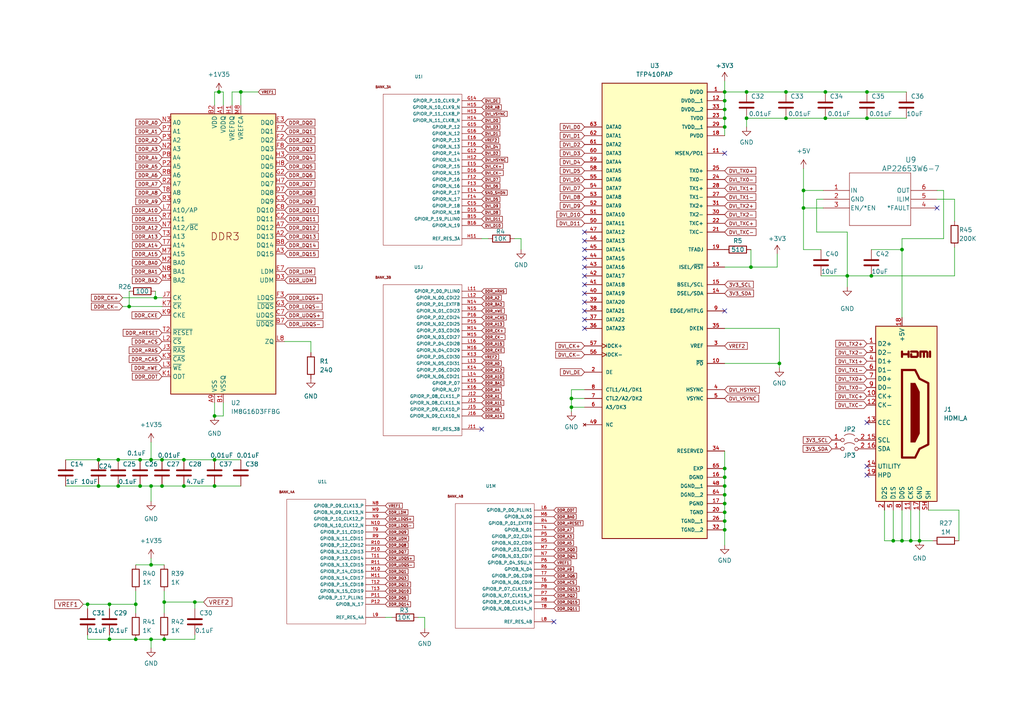
<source format=kicad_sch>
(kicad_sch (version 20250114) (generator "eeschema") (generator_version "9.0")
  (paper "A4")
  (junction (at 46.99 140.97))
  (junction (at 69.85 26.67))
  (junction (at 43.815 133.35))
  (junction (at 31.75 175.26))
  (junction (at 53.34 140.97))
  (junction (at 252.73 80.01))
  (junction (at 25.4 175.26))
  (junction (at 266.7 156.845))
  (junction (at 261.62 72.39))
  (junction (at 40.64 140.97))
  (junction (at 251.46 34.29))
  (junction (at 43.815 185.42))
  (junction (at 62.23 140.97))
  (junction (at 45.085 86.36))
  (junction (at 40.64 133.35))
  (junction (at 210.185 36.83))
  (junction (at 210.185 153.67))
  (junction (at 210.185 151.13))
  (junction (at 28.575 133.35))
  (junction (at 259.08 156.845))
  (junction (at 210.185 29.21))
  (junction (at 37.465 88.9))
  (junction (at 251.46 26.67))
  (junction (at 34.29 140.97))
  (junction (at 210.185 148.59))
  (junction (at 245.745 80.01))
  (junction (at 46.99 133.35))
  (junction (at 56.515 174.625))
  (junction (at 210.185 135.89))
  (junction (at 39.37 185.42))
  (junction (at 63.5 26.67))
  (junction (at 47.625 174.625))
  (junction (at 226.06 105.41))
  (junction (at 28.575 140.97))
  (junction (at 165.735 118.11))
  (junction (at 210.185 26.67))
  (junction (at 239.395 26.67))
  (junction (at 39.37 175.26))
  (junction (at 165.735 115.57))
  (junction (at 216.535 34.29))
  (junction (at 62.23 120.65))
  (junction (at 210.185 138.43))
  (junction (at 210.185 140.97))
  (junction (at 210.185 34.29))
  (junction (at 264.16 156.845))
  (junction (at 227.965 34.29))
  (junction (at 227.965 26.67))
  (junction (at 261.62 156.845))
  (junction (at 53.34 133.35))
  (junction (at 31.75 185.42))
  (junction (at 43.815 163.83))
  (junction (at 216.535 26.67))
  (junction (at 210.185 143.51))
  (junction (at 217.805 77.47))
  (junction (at 43.815 140.97))
  (junction (at 47.625 185.42))
  (junction (at 239.395 34.29))
  (junction (at 233.045 55.245))
  (junction (at 34.29 133.35))
  (junction (at 210.185 146.05))
  (junction (at 62.23 133.35))
  (junction (at 210.185 31.75))
  (junction (at 233.045 60.325))
  (no_connect (at 169.545 85.09))
  (no_connect (at 169.545 82.55))
  (no_connect (at 169.545 90.17))
  (no_connect (at 251.46 137.795))
  (no_connect (at 169.545 95.25))
  (no_connect (at 169.545 69.85))
  (no_connect (at 251.46 122.555))
  (no_connect (at 251.46 135.255))
  (no_connect (at 210.185 90.17))
  (no_connect (at 160.655 180.34))
  (no_connect (at 169.545 80.01))
  (no_connect (at 139.7 124.46))
  (no_connect (at 169.545 92.71))
  (no_connect (at 169.545 74.93))
  (no_connect (at 169.545 67.31))
  (no_connect (at 169.545 77.47))
  (no_connect (at 271.78 60.325))
  (no_connect (at 169.545 87.63))
  (no_connect (at 210.185 44.45))
  (no_connect (at 169.545 72.39))
  (wire (pts (xy 259.08 147.955) (xy 259.08 156.845)))
  (wire (pts (xy 59.055 174.625) (xy 56.515 174.625)))
  (wire (pts (xy 43.815 140.97) (xy 43.815 145.415)))
  (wire (pts (xy 210.185 146.05) (xy 210.185 148.59)))
  (wire (pts (xy 47.625 163.83) (xy 43.815 163.83)))
  (wire (pts (xy 62.23 140.97) (xy 69.85 140.97)))
  (wire (pts (xy 45.085 84.455) (xy 45.085 86.36)))
  (wire (pts (xy 165.735 113.03) (xy 165.735 115.57)))
  (wire (pts (xy 233.045 60.325) (xy 233.045 55.245)))
  (wire (pts (xy 43.815 185.42) (xy 47.625 185.42)))
  (wire (pts (xy 43.815 133.35) (xy 46.99 133.35)))
  (wire (pts (xy 238.76 60.325) (xy 233.045 60.325)))
  (wire (pts (xy 251.46 34.29) (xy 262.89 34.29)))
  (wire (pts (xy 62.23 30.48) (xy 62.23 26.67)))
  (wire (pts (xy 19.05 133.35) (xy 28.575 133.35)))
  (wire (pts (xy 39.37 171.45) (xy 39.37 175.26)))
  (wire (pts (xy 238.76 57.785) (xy 236.855 57.785)))
  (wire (pts (xy 151.13 69.215) (xy 151.13 72.39)))
  (wire (pts (xy 43.815 163.83) (xy 43.815 161.925)))
  (wire (pts (xy 25.4 185.42) (xy 31.75 185.42)))
  (wire (pts (xy 238.125 72.39) (xy 233.045 72.39)))
  (wire (pts (xy 210.185 148.59) (xy 210.185 151.13)))
  (wire (pts (xy 39.37 185.42) (xy 43.815 185.42)))
  (wire (pts (xy 236.855 67.31) (xy 245.745 67.31)))
  (wire (pts (xy 227.965 34.29) (xy 239.395 34.29)))
  (wire (pts (xy 165.735 118.11) (xy 165.735 119.38)))
  (wire (pts (xy 261.62 72.39) (xy 261.62 92.075)))
  (wire (pts (xy 278.13 147.955) (xy 269.24 147.955)))
  (wire (pts (xy 46.99 133.35) (xy 53.34 133.35)))
  (wire (pts (xy 210.185 77.47) (xy 217.805 77.47)))
  (wire (pts (xy 216.535 34.29) (xy 227.965 34.29)))
  (wire (pts (xy 31.75 175.26) (xy 31.75 176.53)))
  (wire (pts (xy 227.965 26.67) (xy 239.395 26.67)))
  (wire (pts (xy 43.815 185.42) (xy 43.815 187.96)))
  (wire (pts (xy 25.4 175.26) (xy 25.4 176.53)))
  (wire (pts (xy 210.185 138.43) (xy 210.185 140.97)))
  (wire (pts (xy 233.045 72.39) (xy 233.045 60.325)))
  (wire (pts (xy 43.815 140.97) (xy 46.99 140.97)))
  (wire (pts (xy 56.515 174.625) (xy 56.515 176.53)))
  (wire (pts (xy 69.85 26.67) (xy 69.85 30.48)))
  (wire (pts (xy 67.31 26.67) (xy 67.31 30.48)))
  (wire (pts (xy 210.185 130.81) (xy 210.185 135.89)))
  (wire (pts (xy 64.77 30.48) (xy 64.77 26.67)))
  (wire (pts (xy 35.56 86.36) (xy 45.085 86.36)))
  (wire (pts (xy 31.75 185.42) (xy 39.37 185.42)))
  (wire (pts (xy 226.06 105.41) (xy 226.06 106.68)))
  (wire (pts (xy 64.77 26.67) (xy 63.5 26.67)))
  (wire (pts (xy 210.185 34.29) (xy 210.185 36.83)))
  (wire (pts (xy 238.125 80.01) (xy 245.745 80.01)))
  (wire (pts (xy 276.86 80.01) (xy 252.73 80.01)))
  (wire (pts (xy 90.17 99.06) (xy 82.55 99.06)))
  (wire (pts (xy 261.62 156.845) (xy 264.16 156.845)))
  (wire (pts (xy 210.185 140.97) (xy 210.185 143.51)))
  (wire (pts (xy 25.4 184.15) (xy 25.4 185.42)))
  (wire (pts (xy 34.29 140.97) (xy 40.64 140.97)))
  (wire (pts (xy 225.425 77.47) (xy 225.425 73.66)))
  (wire (pts (xy 69.85 26.67) (xy 67.31 26.67)))
  (wire (pts (xy 40.64 133.35) (xy 43.815 133.35)))
  (wire (pts (xy 251.46 26.67) (xy 262.89 26.67)))
  (wire (pts (xy 25.4 175.26) (xy 31.75 175.26)))
  (wire (pts (xy 165.735 115.57) (xy 165.735 118.11)))
  (wire (pts (xy 266.7 147.955) (xy 266.7 156.845)))
  (wire (pts (xy 210.185 29.21) (xy 210.185 31.75)))
  (wire (pts (xy 46.99 140.97) (xy 53.34 140.97)))
  (wire (pts (xy 47.625 174.625) (xy 47.625 177.8)))
  (wire (pts (xy 37.465 84.455) (xy 37.465 88.9)))
  (wire (pts (xy 31.75 175.26) (xy 39.37 175.26)))
  (wire (pts (xy 24.13 175.26) (xy 25.4 175.26)))
  (wire (pts (xy 28.575 133.35) (xy 34.29 133.35)))
  (wire (pts (xy 271.78 57.785) (xy 276.86 57.785)))
  (wire (pts (xy 264.16 147.955) (xy 264.16 156.845)))
  (wire (pts (xy 216.535 34.29) (xy 216.535 36.83)))
  (wire (pts (xy 64.77 120.65) (xy 62.23 120.65)))
  (wire (pts (xy 261.62 147.955) (xy 261.62 156.845)))
  (wire (pts (xy 256.54 156.845) (xy 259.08 156.845)))
  (wire (pts (xy 245.745 67.31) (xy 245.745 80.01)))
  (wire (pts (xy 210.185 26.67) (xy 210.185 29.21)))
  (wire (pts (xy 276.86 57.785) (xy 276.86 64.135)))
  (wire (pts (xy 210.185 143.51) (xy 210.185 146.05)))
  (wire (pts (xy 259.08 156.845) (xy 261.62 156.845)))
  (wire (pts (xy 210.185 36.83) (xy 210.185 39.37)))
  (wire (pts (xy 111.76 179.07) (xy 113.665 179.07)))
  (wire (pts (xy 31.75 184.15) (xy 31.75 185.42)))
  (wire (pts (xy 121.285 179.07) (xy 123.19 179.07)))
  (wire (pts (xy 28.575 140.97) (xy 34.29 140.97)))
  (wire (pts (xy 210.185 105.41) (xy 226.06 105.41)))
  (wire (pts (xy 35.56 88.9) (xy 37.465 88.9)))
  (wire (pts (xy 165.735 115.57) (xy 169.545 115.57)))
  (wire (pts (xy 39.37 175.26) (xy 39.37 177.8)))
  (wire (pts (xy 37.465 88.9) (xy 46.99 88.9)))
  (wire (pts (xy 252.73 80.01) (xy 245.745 80.01)))
  (wire (pts (xy 264.16 156.845) (xy 266.7 156.845)))
  (wire (pts (xy 210.185 26.67) (xy 216.535 26.67)))
  (wire (pts (xy 266.7 156.845) (xy 270.51 156.845)))
  (wire (pts (xy 273.685 69.215) (xy 261.62 69.215)))
  (wire (pts (xy 210.185 153.67) (xy 210.185 158.115)))
  (wire (pts (xy 233.045 55.245) (xy 233.045 48.895)))
  (wire (pts (xy 40.64 140.97) (xy 43.815 140.97)))
  (wire (pts (xy 62.23 116.84) (xy 62.23 120.65)))
  (wire (pts (xy 210.185 95.25) (xy 226.06 95.25)))
  (wire (pts (xy 45.085 86.36) (xy 46.99 86.36)))
  (wire (pts (xy 245.745 80.01) (xy 245.745 83.185)))
  (wire (pts (xy 149.225 69.215) (xy 151.13 69.215)))
  (wire (pts (xy 62.23 26.67) (xy 63.5 26.67)))
  (wire (pts (xy 217.805 72.39) (xy 217.805 77.47)))
  (wire (pts (xy 53.34 140.97) (xy 62.23 140.97)))
  (wire (pts (xy 278.13 156.845) (xy 278.13 147.955)))
  (wire (pts (xy 43.815 128.27) (xy 43.815 133.35)))
  (wire (pts (xy 64.77 116.84) (xy 64.77 120.65)))
  (wire (pts (xy 123.19 179.07) (xy 123.19 182.245)))
  (wire (pts (xy 34.29 133.35) (xy 40.64 133.35)))
  (wire (pts (xy 216.535 26.67) (xy 227.965 26.67)))
  (wire (pts (xy 169.545 113.03) (xy 165.735 113.03)))
  (wire (pts (xy 62.23 133.35) (xy 69.85 133.35)))
  (wire (pts (xy 139.7 69.215) (xy 141.605 69.215)))
  (wire (pts (xy 210.185 151.13) (xy 210.185 153.67)))
  (wire (pts (xy 217.805 77.47) (xy 225.425 77.47)))
  (wire (pts (xy 226.06 95.25) (xy 226.06 105.41)))
  (wire (pts (xy 210.185 23.495) (xy 210.185 26.67)))
  (wire (pts (xy 273.685 55.245) (xy 273.685 69.215)))
  (wire (pts (xy 210.185 135.89) (xy 210.185 138.43)))
  (wire (pts (xy 252.73 72.39) (xy 261.62 72.39)))
  (wire (pts (xy 233.045 55.245) (xy 238.76 55.245)))
  (wire (pts (xy 56.515 185.42) (xy 47.625 185.42)))
  (wire (pts (xy 90.17 102.235) (xy 90.17 99.06)))
  (wire (pts (xy 19.05 140.97) (xy 28.575 140.97)))
  (wire (pts (xy 256.54 147.955) (xy 256.54 156.845)))
  (wire (pts (xy 56.515 174.625) (xy 47.625 174.625)))
  (wire (pts (xy 271.78 55.245) (xy 273.685 55.245)))
  (wire (pts (xy 261.62 69.215) (xy 261.62 72.39)))
  (wire (pts (xy 276.86 71.755) (xy 276.86 80.01)))
  (wire (pts (xy 39.37 163.83) (xy 43.815 163.83)))
  (wire (pts (xy 165.735 118.11) (xy 169.545 118.11)))
  (wire (pts (xy 239.395 34.29) (xy 251.46 34.29)))
  (wire (pts (xy 47.625 171.45) (xy 47.625 174.625)))
  (wire (pts (xy 53.34 133.35) (xy 62.23 133.35)))
  (wire (pts (xy 239.395 26.67) (xy 251.46 26.67)))
  (wire (pts (xy 210.185 31.75) (xy 210.185 34.29)))
  (wire (pts (xy 74.93 26.67) (xy 69.85 26.67)))
  (wire (pts (xy 56.515 184.15) (xy 56.515 185.42)))
  (wire (pts (xy 236.855 57.785) (xy 236.855 67.31)))
  (global_label "DDR_DQ9" (shape input) (at 111.76 154.305 0) (effects (font (size 0.762 0.762))) (property "Intersheetrefs" "${INTERSHEET_REFS}" (effects (hide yes))))
  (global_label "DDR_nRESET" (shape input) (at 46.99 96.52 180) (effects (font (size 1.016 1.016))) (property "Intersheetrefs" "${INTERSHEET_REFS}" (effects (hide yes))))
  (global_label "DDR_nCAS" (shape input) (at 139.7 92.075 0) (effects (font (size 0.762 0.762))) (property "Intersheetrefs" "${INTERSHEET_REFS}" (effects (hide yes))))
  (global_label "DVI_TX2+" (shape input) (at 210.185 59.69 0) (effects (font (size 1.016 1.016))) (property "Intersheetrefs" "${INTERSHEET_REFS}" (effects (hide yes))))
  (global_label "DVI_TX0+" (shape input) (at 210.185 49.53 0) (effects (font (size 1.016 1.016))) (property "Intersheetrefs" "${INTERSHEET_REFS}" (effects (hide yes))))
  (global_label "VREF2" (shape input) (at 139.7 103.505 0) (effects (font (size 0.762 0.762))) (property "Intersheetrefs" "${INTERSHEET_REFS}" (effects (hide yes))))
  (global_label "DDR_DQ14" (shape input) (at 82.55 71.12 0) (effects (font (size 1.016 1.016))) (property "Intersheetrefs" "${INTERSHEET_REFS}" (effects (hide yes))))
  (global_label "DDR_DQ3" (shape input) (at 82.55 43.18 0) (effects (font (size 1.016 1.016))) (property "Intersheetrefs" "${INTERSHEET_REFS}" (effects (hide yes))))
  (global_label "DVI_D8" (shape input) (at 139.7 61.595 0) (effects (font (size 0.762 0.762))) (property "Intersheetrefs" "${INTERSHEET_REFS}" (effects (hide yes))))
  (global_label "DDR_CK+" (shape input) (at 139.7 95.885 0) (effects (font (size 0.762 0.762))) (property "Intersheetrefs" "${INTERSHEET_REFS}" (effects (hide yes))))
  (global_label "DDR_A9" (shape input) (at 46.99 58.42 180) (effects (font (size 1.016 1.016))) (property "Intersheetrefs" "${INTERSHEET_REFS}" (effects (hide yes))))
  (global_label "DDR_A13" (shape input) (at 46.99 68.58 180) (effects (font (size 1.016 1.016))) (property "Intersheetrefs" "${INTERSHEET_REFS}" (effects (hide yes))))
  (global_label "DVI_D1" (shape input) (at 139.7 38.735 0) (effects (font (size 0.762 0.762))) (property "Intersheetrefs" "${INTERSHEET_REFS}" (effects (hide yes))))
  (global_label "DDR_BA1" (shape input) (at 46.99 78.74 180) (effects (font (size 1.016 1.016))) (property "Intersheetrefs" "${INTERSHEET_REFS}" (effects (hide yes))))
  (global_label "DVI_D3" (shape input) (at 139.7 36.83 0) (effects (font (size 0.762 0.762))) (property "Intersheetrefs" "${INTERSHEET_REFS}" (effects (hide yes))))
  (global_label "DVI_VSYNC" (shape input) (at 210.185 115.57 0) (effects (font (size 1.016 1.016))) (property "Intersheetrefs" "${INTERSHEET_REFS}" (effects (hide yes))))
  (global_label "3V3_SCL" (shape input) (at 241.3 127.635 180) (effects (font (size 1.016 1.016))) (property "Intersheetrefs" "${INTERSHEET_REFS}" (effects (hide yes))))
  (global_label "DDR_A3" (shape input) (at 160.655 155.575 0) (effects (font (size 0.762 0.762))) (property "Intersheetrefs" "${INTERSHEET_REFS}" (effects (hide yes))))
  (global_label "DVI_D0" (shape input) (at 169.545 36.83 180) (effects (font (size 1.016 1.016))) (property "Intersheetrefs" "${INTERSHEET_REFS}" (effects (hide yes))))
  (global_label "DDR_DQ14" (shape input) (at 111.76 175.26 0) (effects (font (size 0.762 0.762))) (property "Intersheetrefs" "${INTERSHEET_REFS}" (effects (hide yes))))
  (global_label "DVI_D5" (shape input) (at 169.545 49.53 180) (effects (font (size 1.016 1.016))) (property "Intersheetrefs" "${INTERSHEET_REFS}" (effects (hide yes))))
  (global_label "DDR_DQ9" (shape input) (at 82.55 58.42 0) (effects (font (size 1.016 1.016))) (property "Intersheetrefs" "${INTERSHEET_REFS}" (effects (hide yes))))
  (global_label "DDR_A5" (shape input) (at 160.655 157.48 0) (effects (font (size 0.762 0.762))) (property "Intersheetrefs" "${INTERSHEET_REFS}" (effects (hide yes))))
  (global_label "DDR_DQ2" (shape input) (at 82.55 40.64 0) (effects (font (size 1.016 1.016))) (property "Intersheetrefs" "${INTERSHEET_REFS}" (effects (hide yes))))
  (global_label "DDR_DQ3" (shape input) (at 111.76 167.64 0) (effects (font (size 0.762 0.762))) (property "Intersheetrefs" "${INTERSHEET_REFS}" (effects (hide yes))))
  (global_label "DVI_CK+" (shape input) (at 169.545 100.33 180) (effects (font (size 1.016 1.016))) (property "Intersheetrefs" "${INTERSHEET_REFS}" (effects (hide yes))))
  (global_label "DVI_HSYNC" (shape input) (at 139.7 46.355 0) (effects (font (size 0.762 0.762))) (property "Intersheetrefs" "${INTERSHEET_REFS}" (effects (hide yes))))
  (global_label "DDR_DQ6" (shape input) (at 160.655 167.005 0) (effects (font (size 0.762 0.762))) (property "Intersheetrefs" "${INTERSHEET_REFS}" (effects (hide yes))))
  (global_label "DDR_LDM" (shape input) (at 82.55 78.74 0) (effects (font (size 1.016 1.016))) (property "Intersheetrefs" "${INTERSHEET_REFS}" (effects (hide yes))))
  (global_label "DVI_TX1+" (shape input) (at 210.185 54.61 0) (effects (font (size 1.016 1.016))) (property "Intersheetrefs" "${INTERSHEET_REFS}" (effects (hide yes))))
  (global_label "DDR_DQ13" (shape input) (at 82.55 68.58 0) (effects (font (size 1.016 1.016))) (property "Intersheetrefs" "${INTERSHEET_REFS}" (effects (hide yes))))
  (global_label "DVI_TX2-" (shape input) (at 210.185 62.23 0) (effects (font (size 1.016 1.016))) (property "Intersheetrefs" "${INTERSHEET_REFS}" (effects (hide yes))))
  (global_label "DDR_CK-" (shape input) (at 139.7 97.79 0) (effects (font (size 0.762 0.762))) (property "Intersheetrefs" "${INTERSHEET_REFS}" (effects (hide yes))))
  (global_label "DDR_A9" (shape input) (at 160.655 165.1 0) (effects (font (size 0.762 0.762))) (property "Intersheetrefs" "${INTERSHEET_REFS}" (effects (hide yes))))
  (global_label "VREF2" (shape input) (at 210.185 100.33 0) (effects (font (size 1.016 1.016))) (property "Intersheetrefs" "${INTERSHEET_REFS}" (effects (hide yes))))
  (global_label "DDR_A7" (shape input) (at 46.99 53.34 180) (effects (font (size 1.016 1.016))) (property "Intersheetrefs" "${INTERSHEET_REFS}" (effects (hide yes))))
  (global_label "DDR_A0" (shape input) (at 139.7 105.41 0) (effects (font (size 0.762 0.762))) (property "Intersheetrefs" "${INTERSHEET_REFS}" (effects (hide yes))))
  (global_label "DDR_A11" (shape input) (at 46.99 63.5 180) (effects (font (size 1.016 1.016))) (property "Intersheetrefs" "${INTERSHEET_REFS}" (effects (hide yes))))
  (global_label "DDR_BA2" (shape input) (at 139.7 88.265 0) (effects (font (size 0.762 0.762))) (property "Intersheetrefs" "${INTERSHEET_REFS}" (effects (hide yes))))
  (global_label "DDR_LDQS+" (shape input) (at 111.76 150.495 0) (effects (font (size 0.762 0.762))) (property "Intersheetrefs" "${INTERSHEET_REFS}" (effects (hide yes))))
  (global_label "VREF2" (shape input) (at 59.055 174.625 0) (property "Intersheetrefs" "${INTERSHEET_REFS}" (effects (hide yes))))
  (global_label "DVI_D10" (shape input) (at 169.545 62.23 180) (effects (font (size 1.016 1.016))) (property "Intersheetrefs" "${INTERSHEET_REFS}" (effects (hide yes))))
  (global_label "DVI_D4" (shape input) (at 139.7 42.545 0) (effects (font (size 0.762 0.762))) (property "Intersheetrefs" "${INTERSHEET_REFS}" (effects (hide yes))))
  (global_label "DDR_CKE" (shape input) (at 139.7 101.6 0) (effects (font (size 0.762 0.762))) (property "Intersheetrefs" "${INTERSHEET_REFS}" (effects (hide yes))))
  (global_label "DVI_DE" (shape input) (at 139.7 29.21 0) (effects (font (size 0.762 0.762))) (property "Intersheetrefs" "${INTERSHEET_REFS}" (effects (hide yes))))
  (global_label "DDR_DQ5" (shape input) (at 82.55 48.26 0) (effects (font (size 1.016 1.016))) (property "Intersheetrefs" "${INTERSHEET_REFS}" (effects (hide yes))))
  (global_label "DDR_A8" (shape input) (at 46.99 55.88 180) (effects (font (size 1.016 1.016))) (property "Intersheetrefs" "${INTERSHEET_REFS}" (effects (hide yes))))
  (global_label "DDR_BA0" (shape input) (at 160.655 149.86 0) (effects (font (size 0.762 0.762))) (property "Intersheetrefs" "${INTERSHEET_REFS}" (effects (hide yes))))
  (global_label "DVI_D1" (shape input) (at 169.545 39.37 180) (effects (font (size 1.016 1.016))) (property "Intersheetrefs" "${INTERSHEET_REFS}" (effects (hide yes))))
  (global_label "DVI_DE" (shape input) (at 169.545 107.95 180) (effects (font (size 1.016 1.016))) (property "Intersheetrefs" "${INTERSHEET_REFS}" (effects (hide yes))))
  (global_label "DVI_D4" (shape input) (at 169.545 46.99 180) (effects (font (size 1.016 1.016))) (property "Intersheetrefs" "${INTERSHEET_REFS}" (effects (hide yes))))
  (global_label "DDR_A4" (shape input) (at 46.99 45.72 180) (effects (font (size 1.016 1.016))) (property "Intersheetrefs" "${INTERSHEET_REFS}" (effects (hide yes))))
  (global_label "DDR_nWE" (shape input) (at 139.7 90.17 0) (effects (font (size 0.762 0.762))) (property "Intersheetrefs" "${INTERSHEET_REFS}" (effects (hide yes))))
  (global_label "DDR_nRAS" (shape input) (at 46.99 101.6 180) (effects (font (size 1.016 1.016))) (property "Intersheetrefs" "${INTERSHEET_REFS}" (effects (hide yes))))
  (global_label "DDR_CK-" (shape input) (at 35.56 88.9 180) (effects (font (size 1.016 1.016))) (property "Intersheetrefs" "${INTERSHEET_REFS}" (effects (hide yes))))
  (global_label "DDR_DQ4" (shape input) (at 160.655 161.29 0) (effects (font (size 0.762 0.762))) (property "Intersheetrefs" "${INTERSHEET_REFS}" (effects (hide yes))))
  (global_label "DVI_TXC-" (shape input) (at 251.46 117.475 180) (effects (font (size 1.016 1.016))) (property "Intersheetrefs" "${INTERSHEET_REFS}" (effects (hide yes))))
  (global_label "DDR_A1" (shape input) (at 46.99 38.1 180) (effects (font (size 1.016 1.016))) (property "Intersheetrefs" "${INTERSHEET_REFS}" (effects (hide yes))))
  (global_label "DDR_DQ1" (shape input) (at 111.76 165.735 0) (effects (font (size 0.762 0.762))) (property "Intersheetrefs" "${INTERSHEET_REFS}" (effects (hide yes))))
  (global_label "DDR_A2" (shape input) (at 139.7 86.36 0) (effects (font (size 0.762 0.762))) (property "Intersheetrefs" "${INTERSHEET_REFS}" (effects (hide yes))))
  (global_label "DVI_TX0+" (shape input) (at 251.46 109.855 180) (effects (font (size 1.016 1.016))) (property "Intersheetrefs" "${INTERSHEET_REFS}" (effects (hide yes))))
  (global_label "DDR_DQ4" (shape input) (at 82.55 45.72 0) (effects (font (size 1.016 1.016))) (property "Intersheetrefs" "${INTERSHEET_REFS}" (effects (hide yes))))
  (global_label "DDR_DQ5" (shape input) (at 111.76 173.355 0) (effects (font (size 0.762 0.762))) (property "Intersheetrefs" "${INTERSHEET_REFS}" (effects (hide yes))))
  (global_label "DVI_CK-" (shape input) (at 169.545 102.87 180) (effects (font (size 1.016 1.016))) (property "Intersheetrefs" "${INTERSHEET_REFS}" (effects (hide yes))))
  (global_label "DDR_BA2" (shape input) (at 46.99 81.28 180) (effects (font (size 1.016 1.016))) (property "Intersheetrefs" "${INTERSHEET_REFS}" (effects (hide yes))))
  (global_label "DDR_DQ6" (shape input) (at 82.55 50.8 0) (effects (font (size 1.016 1.016))) (property "Intersheetrefs" "${INTERSHEET_REFS}" (effects (hide yes))))
  (global_label "DDR_A14" (shape input) (at 139.7 120.65 0) (effects (font (size 0.762 0.762))) (property "Intersheetrefs" "${INTERSHEET_REFS}" (effects (hide yes))))
  (global_label "VREF1" (shape input) (at 111.76 146.685 0) (effects (font (size 0.762 0.762))) (property "Intersheetrefs" "${INTERSHEET_REFS}" (effects (hide yes))))
  (global_label "DVI_D3" (shape input) (at 169.545 44.45 180) (effects (font (size 1.016 1.016))) (property "Intersheetrefs" "${INTERSHEET_REFS}" (effects (hide yes))))
  (global_label "DDR_DQ10" (shape input) (at 111.76 171.45 0) (effects (font (size 0.762 0.762))) (property "Intersheetrefs" "${INTERSHEET_REFS}" (effects (hide yes))))
  (global_label "DDR_DQ1" (shape input) (at 82.55 38.1 0) (effects (font (size 1.016 1.016))) (property "Intersheetrefs" "${INTERSHEET_REFS}" (effects (hide yes))))
  (global_label "DDR_UDQS+" (shape input) (at 111.76 161.925 0) (effects (font (size 0.762 0.762))) (property "Intersheetrefs" "${INTERSHEET_REFS}" (effects (hide yes))))
  (global_label "DVI_TXC-" (shape input) (at 210.185 67.31 0) (effects (font (size 1.016 1.016))) (property "Intersheetrefs" "${INTERSHEET_REFS}" (effects (hide yes))))
  (global_label "DVI_D11" (shape input) (at 169.545 64.77 180) (effects (font (size 1.016 1.016))) (property "Intersheetrefs" "${INTERSHEET_REFS}" (effects (hide yes))))
  (global_label "3V3_SCL" (shape input) (at 210.185 82.55 0) (effects (font (size 1.016 1.016))) (property "Intersheetrefs" "${INTERSHEET_REFS}" (effects (hide yes))))
  (global_label "DDR_nCS" (shape input) (at 46.99 99.06 180) (effects (font (size 1.016 1.016))) (property "Intersheetrefs" "${INTERSHEET_REFS}" (effects (hide yes))))
  (global_label "DDR_A7" (shape input) (at 160.655 153.67 0) (effects (font (size 0.762 0.762))) (property "Intersheetrefs" "${INTERSHEET_REFS}" (effects (hide yes))))
  (global_label "DDR_LDM" (shape input) (at 111.76 148.59 0) (effects (font (size 0.762 0.762))) (property "Intersheetrefs" "${INTERSHEET_REFS}" (effects (hide yes))))
  (global_label "DVI_CK+" (shape input) (at 139.7 48.26 0) (effects (font (size 0.762 0.762))) (property "Intersheetrefs" "${INTERSHEET_REFS}" (effects (hide yes))))
  (global_label "DDR_A12" (shape input) (at 46.99 66.04 180) (effects (font (size 1.016 1.016))) (property "Intersheetrefs" "${INTERSHEET_REFS}" (effects (hide yes))))
  (global_label "3V3_SDA" (shape input) (at 210.185 85.09 0) (effects (font (size 1.016 1.016))) (property "Intersheetrefs" "${INTERSHEET_REFS}" (effects (hide yes))))
  (global_label "DVI_TX1-" (shape input) (at 210.185 57.15 0) (effects (font (size 1.016 1.016))) (property "Intersheetrefs" "${INTERSHEET_REFS}" (effects (hide yes))))
  (global_label "DDR_nRAS" (shape input) (at 139.7 84.455 0) (effects (font (size 0.762 0.762))) (property "Intersheetrefs" "${INTERSHEET_REFS}" (effects (hide yes))))
  (global_label "DDR_A4" (shape input) (at 139.7 113.03 0) (effects (font (size 0.762 0.762))) (property "Intersheetrefs" "${INTERSHEET_REFS}" (effects (hide yes))))
  (global_label "DVI_VSYNC" (shape input) (at 139.7 33.02 0) (effects (font (size 0.762 0.762))) (property "Intersheetrefs" "${INTERSHEET_REFS}" (effects (hide yes))))
  (global_label "DVI_HSYNC" (shape input) (at 210.185 113.03 0) (effects (font (size 1.016 1.016))) (property "Intersheetrefs" "${INTERSHEET_REFS}" (effects (hide yes))))
  (global_label "DDR_A0" (shape input) (at 46.99 35.56 180) (effects (font (size 1.016 1.016))) (property "Intersheetrefs" "${INTERSHEET_REFS}" (effects (hide yes))))
  (global_label "DDR_A15" (shape input) (at 139.7 99.695 0) (effects (font (size 0.762 0.762))) (property "Intersheetrefs" "${INTERSHEET_REFS}" (effects (hide yes))))
  (global_label "DVI_CK-" (shape input) (at 139.7 50.165 0) (effects (font (size 0.762 0.762))) (property "Intersheetrefs" "${INTERSHEET_REFS}" (effects (hide yes))))
  (global_label "DVI_TX1-" (shape input) (at 251.46 107.315 180) (effects (font (size 1.016 1.016))) (property "Intersheetrefs" "${INTERSHEET_REFS}" (effects (hide yes))))
  (global_label "DDR_A10" (shape input) (at 139.7 109.22 0) (effects (font (size 0.762 0.762))) (property "Intersheetrefs" "${INTERSHEET_REFS}" (effects (hide yes))))
  (global_label "DDR_A3" (shape input) (at 46.99 43.18 180) (effects (font (size 1.016 1.016))) (property "Intersheetrefs" "${INTERSHEET_REFS}" (effects (hide yes))))
  (global_label "DDR_CKE" (shape input) (at 46.99 91.44 180) (effects (font (size 1.016 1.016))) (property "Intersheetrefs" "${INTERSHEET_REFS}" (effects (hide yes))))
  (global_label "DDR_DQ11" (shape input) (at 160.655 176.53 0) (effects (font (size 0.762 0.762))) (property "Intersheetrefs" "${INTERSHEET_REFS}" (effects (hide yes))))
  (global_label "DVI_TX0-" (shape input) (at 251.46 112.395 180) (effects (font (size 1.016 1.016))) (property "Intersheetrefs" "${INTERSHEET_REFS}" (effects (hide yes))))
  (global_label "DDR_A15" (shape input) (at 46.99 73.66 180) (effects (font (size 1.016 1.016))) (property "Intersheetrefs" "${INTERSHEET_REFS}" (effects (hide yes))))
  (global_label "SND_SHDN" (shape input) (at 139.7 55.88 0) (effects (font (size 0.762 0.762))) (property "Intersheetrefs" "${INTERSHEET_REFS}" (effects (hide yes))))
  (global_label "DDR_UDQS-" (shape input) (at 111.76 163.83 0) (effects (font (size 0.762 0.762))) (property "Intersheetrefs" "${INTERSHEET_REFS}" (effects (hide yes))))
  (global_label "DDR_A8" (shape input) (at 139.7 31.115 0) (effects (font (size 0.762 0.762))) (property "Intersheetrefs" "${INTERSHEET_REFS}" (effects (hide yes))))
  (global_label "DDR_LDQS-" (shape input) (at 82.55 88.9 0) (effects (font (size 1.016 1.016))) (property "Intersheetrefs" "${INTERSHEET_REFS}" (effects (hide yes))))
  (global_label "DDR_CK+" (shape input) (at 35.56 86.36 180) (effects (font (size 1.016 1.016))) (property "Intersheetrefs" "${INTERSHEET_REFS}" (effects (hide yes))))
  (global_label "VREF2" (shape input) (at 139.7 40.64 0) (effects (font (size 0.762 0.762))) (property "Intersheetrefs" "${INTERSHEET_REFS}" (effects (hide yes))))
  (global_label "DVI_TX2-" (shape input) (at 251.46 102.235 180) (effects (font (size 1.016 1.016))) (property "Intersheetrefs" "${INTERSHEET_REFS}" (effects (hide yes))))
  (global_label "DVI_D9" (shape input) (at 139.7 59.69 0) (effects (font (size 0.762 0.762))) (property "Intersheetrefs" "${INTERSHEET_REFS}" (effects (hide yes))))
  (global_label "DVI_D2" (shape input) (at 139.7 44.45 0) (effects (font (size 0.762 0.762))) (property "Intersheetrefs" "${INTERSHEET_REFS}" (effects (hide yes))))
  (global_label "DDR_DQ12" (shape input) (at 111.76 169.545 0) (effects (font (size 0.762 0.762))) (property "Intersheetrefs" "${INTERSHEET_REFS}" (effects (hide yes))))
  (global_label "DDR_A1" (shape input) (at 139.7 114.935 0) (effects (font (size 0.762 0.762))) (property "Intersheetrefs" "${INTERSHEET_REFS}" (effects (hide yes))))
  (global_label "VREF1" (shape input) (at 24.13 175.26 180) (property "Intersheetrefs" "${INTERSHEET_REFS}" (effects (hide yes))))
  (global_label "DDR_ODT" (shape input) (at 160.655 147.955 0) (effects (font (size 0.762 0.762))) (property "Intersheetrefs" "${INTERSHEET_REFS}" (effects (hide yes))))
  (global_label "DDR_DQ12" (shape input) (at 82.55 66.04 0) (effects (font (size 1.016 1.016))) (property "Intersheetrefs" "${INTERSHEET_REFS}" (effects (hide yes))))
  (global_label "DDR_nRESET" (shape input) (at 160.655 151.765 0) (effects (font (size 0.762 0.762))) (property "Intersheetrefs" "${INTERSHEET_REFS}" (effects (hide yes))))
  (global_label "DDR_DQ0" (shape input) (at 82.55 35.56 0) (effects (font (size 1.016 1.016))) (property "Intersheetrefs" "${INTERSHEET_REFS}" (effects (hide yes))))
  (global_label "DDR_A14" (shape input) (at 46.99 71.12 180) (effects (font (size 1.016 1.016))) (property "Intersheetrefs" "${INTERSHEET_REFS}" (effects (hide yes))))
  (global_label "DDR_UDM" (shape input) (at 82.55 81.28 0) (effects (font (size 1.016 1.016))) (property "Intersheetrefs" "${INTERSHEET_REFS}" (effects (hide yes))))
  (global_label "DVI_TX0-" (shape input) (at 210.185 52.07 0) (effects (font (size 1.016 1.016))) (property "Intersheetrefs" "${INTERSHEET_REFS}" (effects (hide yes))))
  (global_label "DDR_DQ7" (shape input) (at 82.55 53.34 0) (effects (font (size 1.016 1.016))) (property "Intersheetrefs" "${INTERSHEET_REFS}" (effects (hide yes))))
  (global_label "DDR_ODT" (shape input) (at 46.99 109.22 180) (effects (font (size 1.016 1.016))) (property "Intersheetrefs" "${INTERSHEET_REFS}" (effects (hide yes))))
  (global_label "DVI_D8" (shape input) (at 169.545 57.15 180) (effects (font (size 1.016 1.016))) (property "Intersheetrefs" "${INTERSHEET_REFS}" (effects (hide yes))))
  (global_label "DDR_BA1" (shape input) (at 139.7 111.125 0) (effects (font (size 0.762 0.762))) (property "Intersheetrefs" "${INTERSHEET_REFS}" (effects (hide yes))))
  (global_label "DVI_D6" (shape input) (at 169.545 52.07 180) (effects (font (size 1.016 1.016))) (property "Intersheetrefs" "${INTERSHEET_REFS}" (effects (hide yes))))
  (global_label "DDR_nWE" (shape input) (at 46.99 106.68 180) (effects (font (size 1.016 1.016))) (property "Intersheetrefs" "${INTERSHEET_REFS}" (effects (hide yes))))
  (global_label "DDR_DQ10" (shape input) (at 82.55 60.96 0) (effects (font (size 1.016 1.016))) (property "Intersheetrefs" "${INTERSHEET_REFS}" (effects (hide yes))))
  (global_label "DDR_DQ8" (shape input) (at 111.76 158.115 0) (effects (font (size 0.762 0.762))) (property "Intersheetrefs" "${INTERSHEET_REFS}" (effects (hide yes))))
  (global_label "DDR_A11" (shape input) (at 139.7 116.84 0) (effects (font (size 0.762 0.762))) (property "Intersheetrefs" "${INTERSHEET_REFS}" (effects (hide yes))))
  (global_label "DDR_DQ15" (shape input) (at 82.55 73.66 0) (effects (font (size 1.016 1.016))) (property "Intersheetrefs" "${INTERSHEET_REFS}" (effects (hide yes))))
  (global_label "DDR_A10" (shape input) (at 46.99 60.96 180) (effects (font (size 1.016 1.016))) (property "Intersheetrefs" "${INTERSHEET_REFS}" (effects (hide yes))))
  (global_label "DDR_DQ13" (shape input) (at 160.655 170.815 0) (effects (font (size 0.762 0.762))) (property "Intersheetrefs" "${INTERSHEET_REFS}" (effects (hide yes))))
  (global_label "DDR_A13" (shape input) (at 139.7 93.98 0) (effects (font (size 0.762 0.762))) (property "Intersheetrefs" "${INTERSHEET_REFS}" (effects (hide yes))))
  (global_label "VREF1" (shape input) (at 160.655 163.195 0) (effects (font (size 0.762 0.762))) (property "Intersheetrefs" "${INTERSHEET_REFS}" (effects (hide yes))))
  (global_label "DDR_A12" (shape input) (at 139.7 107.315 0) (effects (font (size 0.762 0.762))) (property "Intersheetrefs" "${INTERSHEET_REFS}" (effects (hide yes))))
  (global_label "DVI_D7" (shape input) (at 169.545 54.61 180) (effects (font (size 1.016 1.016))) (property "Intersheetrefs" "${INTERSHEET_REFS}" (effects (hide yes))))
  (global_label "DVI_TX1+" (shape input) (at 251.46 104.775 180) (effects (font (size 1.016 1.016))) (property "Intersheetrefs" "${INTERSHEET_REFS}" (effects (hide yes))))
  (global_label "DDR_A5" (shape input) (at 46.99 48.26 180) (effects (font (size 1.016 1.016))) (property "Intersheetrefs" "${INTERSHEET_REFS}" (effects (hide yes))))
  (global_label "DVI_D9" (shape input) (at 169.545 59.69 180) (effects (font (size 1.016 1.016))) (property "Intersheetrefs" "${INTERSHEET_REFS}" (effects (hide yes))))
  (global_label "DVI_D7" (shape input) (at 139.7 52.07 0) (effects (font (size 0.762 0.762))) (property "Intersheetrefs" "${INTERSHEET_REFS}" (effects (hide yes))))
  (global_label "DDR_nCS" (shape input) (at 160.655 168.91 0) (effects (font (size 0.762 0.762))) (property "Intersheetrefs" "${INTERSHEET_REFS}" (effects (hide yes))))
  (global_label "DVI_D5" (shape input) (at 139.7 57.785 0) (effects (font (size 0.762 0.762))) (property "Intersheetrefs" "${INTERSHEET_REFS}" (effects (hide yes))))
  (global_label "DVI_D0" (shape input) (at 139.7 34.925 0) (effects (font (size 0.762 0.762))) (property "Intersheetrefs" "${INTERSHEET_REFS}" (effects (hide yes))))
  (global_label "DVI_D6" (shape input) (at 139.7 53.975 0) (effects (font (size 0.762 0.762))) (property "Intersheetrefs" "${INTERSHEET_REFS}" (effects (hide yes))))
  (global_label "DDR_UDM" (shape input) (at 111.76 156.21 0) (effects (font (size 0.762 0.762))) (property "Intersheetrefs" "${INTERSHEET_REFS}" (effects (hide yes))))
  (global_label "DDR_DQ2" (shape input) (at 160.655 172.72 0) (effects (font (size 0.762 0.762))) (property "Intersheetrefs" "${INTERSHEET_REFS}" (effects (hide yes))))
  (global_label "DVI_D10" (shape input) (at 139.7 65.405 0) (effects (font (size 0.762 0.762))) (property "Intersheetrefs" "${INTERSHEET_REFS}" (effects (hide yes))))
  (global_label "DVI_D2" (shape input) (at 169.545 41.91 180) (effects (font (size 1.016 1.016))) (property "Intersheetrefs" "${INTERSHEET_REFS}" (effects (hide yes))))
  (global_label "DVI_TXC+" (shape input) (at 251.46 114.935 180) (effects (font (size 1.016 1.016))) (property "Intersheetrefs" "${INTERSHEET_REFS}" (effects (hide yes))))
  (global_label "DDR_DQ0" (shape input) (at 160.655 159.385 0) (effects (font (size 0.762 0.762))) (property "Intersheetrefs" "${INTERSHEET_REFS}" (effects (hide yes))))
  (global_label "DDR_A6" (shape input) (at 46.99 50.8 180) (effects (font (size 1.016 1.016))) (property "Intersheetrefs" "${INTERSHEET_REFS}" (effects (hide yes))))
  (global_label "DVI_TXC+" (shape input) (at 210.185 64.77 0) (effects (font (size 1.016 1.016))) (property "Intersheetrefs" "${INTERSHEET_REFS}" (effects (hide yes))))
  (global_label "DDR_UDQS+" (shape input) (at 82.55 91.44 0) (effects (font (size 1.016 1.016))) (property "Intersheetrefs" "${INTERSHEET_REFS}" (effects (hide yes))))
  (global_label "DDR_nCAS" (shape input) (at 46.99 104.14 180) (effects (font (size 1.016 1.016))) (property "Intersheetrefs" "${INTERSHEET_REFS}" (effects (hide yes))))
  (global_label "DDR_A2" (shape input) (at 46.99 40.64 180) (effects (font (size 1.016 1.016))) (property "Intersheetrefs" "${INTERSHEET_REFS}" (effects (hide yes))))
  (global_label "3V3_SDA" (shape input) (at 241.3 130.175 180) (effects (font (size 1.016 1.016))) (property "Intersheetrefs" "${INTERSHEET_REFS}" (effects (hide yes))))
  (global_label "DDR_DQ7" (shape input) (at 111.76 160.02 0) (effects (font (size 0.762 0.762))) (property "Intersheetrefs" "${INTERSHEET_REFS}" (effects (hide yes))))
  (global_label "DDR_DQ11" (shape input) (at 82.55 63.5 0) (effects (font (size 1.016 1.016))) (property "Intersheetrefs" "${INTERSHEET_REFS}" (effects (hide yes))))
  (global_label "DVI_D11" (shape input) (at 139.7 63.5 0) (effects (font (size 0.762 0.762))) (property "Intersheetrefs" "${INTERSHEET_REFS}" (effects (hide yes))))
  (global_label "DDR_UDQS-" (shape input) (at 82.55 93.98 0) (effects (font (size 1.016 1.016))) (property "Intersheetrefs" "${INTERSHEET_REFS}" (effects (hide yes))))
  (global_label "DDR_LDQS+" (shape input) (at 82.55 86.36 0) (effects (font (size 1.016 1.016))) (property "Intersheetrefs" "${INTERSHEET_REFS}" (effects (hide yes))))
  (global_label "DDR_LDQS-" (shape input) (at 111.76 152.4 0) (effects (font (size 0.762 0.762))) (property "Intersheetrefs" "${INTERSHEET_REFS}" (effects (hide yes))))
  (global_label "DDR_DQ8" (shape input) (at 82.55 55.88 0) (effects (font (size 1.016 1.016))) (property "Intersheetrefs" "${INTERSHEET_REFS}" (effects (hide yes))))
  (global_label "DDR_BA0" (shape input) (at 46.99 76.2 180) (effects (font (size 1.016 1.016))) (property "Intersheetrefs" "${INTERSHEET_REFS}" (effects (hide yes))))
  (global_label "DDR_DQ15" (shape input) (at 160.655 174.625 0) (effects (font (size 0.762 0.762))) (property "Intersheetrefs" "${INTERSHEET_REFS}" (effects (hide yes))))
  (global_label "DDR_A6" (shape input) (at 139.7 118.745 0) (effects (font (size 0.762 0.762))) (property "Intersheetrefs" "${INTERSHEET_REFS}" (effects (hide yes))))
  (global_label "VREF1" (shape input) (at 74.93 26.67 0) (effects (font (size 0.762 0.762))) (property "Intersheetrefs" "${INTERSHEET_REFS}" (effects (hide yes))))
  (global_label "DVI_TX2+" (shape input) (at 251.46 99.695 180) (effects (font (size 1.016 1.016))) (property "Intersheetrefs" "${INTERSHEET_REFS}" (effects (hide yes))))
  (symbol (lib_id "power:+1V35") (at 63.5 26.67 0) (unit 1)
    (property "Reference" "#PWR02" (effects (hide yes)))
    (property "Value" "+1V35" (at 63.5 21.59 0))
    (property "Description" "Power symbol creates a global label with name \"+1V35\"" (effects (hide yes)))
  )
  (symbol (lib_id "Device:C") (at 262.89 30.48 0) (unit 1)
    (property "Reference" "C36" (at 264.16 27.94 0) (effects (justify left)))
    (property "Value" "10uF" (at 262.89 33.02 0) (effects (justify left)))
    (property "Footprint" "Capacitor_SMD:C_0603_1608Metric" (effects (hide yes)))
    (property "Description" "Unpolarized capacitor" (effects (hide yes)))
  )
  (symbol (lib_id "power:GND") (at 123.19 182.245 0) (unit 1)
    (property "Reference" "#PWR08" (effects (hide yes)))
    (property "Value" "GND" (at 123.19 186.69 0))
    (property "Description" "Power symbol creates a global label with name \"GND\" , ground" (effects (hide yes)))
  )
  (symbol (lib_id "Device:R") (at 117.475 179.07 90) (unit 1)
    (property "Reference" "R3" (at 117.221 177.038 90))
    (property "Value" "10K" (at 117.221 179.07 90))
    (property "Footprint" "Resistor_SMD:R_0603_1608Metric" (effects (hide yes)))
    (property "Description" "Resistor" (effects (hide yes)))
  )
  (symbol (lib_id "Device:R") (at 90.17 106.045 0) (unit 1)
    (property "Reference" "R1" (at 92.71 104.7749 0) (effects (justify left)))
    (property "Value" "240" (at 92.71 107.3149 0) (effects (justify left)))
    (property "Footprint" "Resistor_SMD:R_0603_1608Metric" (effects (hide yes)))
    (property "Description" "Resistor" (effects (hide yes)))
  )
  (symbol (lib_id "endeavour2:AP22653W6-7") (at 238.76 55.245 0) (unit 1)
    (property "Reference" "U9" (at 264.16 46.355 0) (effects (font (size 1.524 1.524))))
    (property "Value" "AP22653W6-7" (at 264.16 48.895 0) (effects (font (size 1.524 1.524))))
    (property "Footprint" "endeavour2:SOT26_DIO" (effects (hide yes)))
    (property "Datasheet" "AP22653W6-7" (effects (hide yes)))
  )
  (symbol (lib_id "Device:R") (at 47.625 167.64 0) (unit 1)
    (property "Reference" "R39" (at 49.53 166.37 0) (effects (justify left)))
    (property "Value" "1K" (at 49.53 168.91 0) (effects (justify left)))
    (property "Footprint" "Resistor_SMD:R_0603_1608Metric" (effects (hide yes)))
    (property "Description" "Resistor" (effects (hide yes)))
  )
  (symbol (lib_id "Device:C") (at 251.46 30.48 0) (unit 1)
    (property "Reference" "C35" (at 252.73 27.94 0) (effects (justify left)))
    (property "Value" "0.01uF" (at 252.095 33.02 0) (effects (justify left)))
    (property "Footprint" "Capacitor_SMD:C_0603_1608Metric" (effects (hide yes)))
    (property "Description" "Unpolarized capacitor" (effects (hide yes)))
  )
  (symbol (lib_id "power:GND") (at 90.17 109.855 0) (unit 1)
    (property "Reference" "#PWR06" (effects (hide yes)))
    (property "Value" "GND" (at 90.17 114.935 0))
    (property "Description" "Power symbol creates a global label with name \"GND\" , ground" (effects (hide yes)))
  )
  (symbol (lib_id "Device:C") (at 252.73 76.2 0) (unit 1)
    (property "Reference" "C42" (at 254 73.66 0) (effects (justify left)))
    (property "Value" "10uF" (at 252.73 78.74 0) (effects (justify left)))
    (property "Footprint" "Capacitor_SMD:C_0603_1608Metric" (effects (hide yes)))
    (property "Description" "Unpolarized capacitor" (effects (hide yes)))
  )
  (symbol (lib_id "Device:C") (at 28.575 137.16 0) (unit 1)
    (property "Reference" "C24" (at 28.575 135.255 0) (effects (justify left)))
    (property "Value" "10uF" (at 23.495 139.7 0) (effects (justify left)))
    (property "Footprint" "Capacitor_SMD:C_0603_1608Metric" (effects (hide yes)))
    (property "Description" "Unpolarized capacitor" (effects (hide yes)))
  )
  (symbol (lib_id "Device:R") (at 39.37 181.61 0) (unit 1)
    (property "Reference" "R41" (at 41.275 180.34 0) (effects (justify left)))
    (property "Value" "1K" (at 41.275 182.88 0) (effects (justify left)))
    (property "Footprint" "Resistor_SMD:R_0603_1608Metric" (effects (hide yes)))
    (property "Description" "Resistor" (effects (hide yes)))
  )
  (symbol (lib_id "endeavour2:IM8G16D3FFBG") (at 64.77 73.66 0) (unit 1)
    (property "Reference" "U2" (at 66.9641 116.84 0) (effects (justify left)))
    (property "Value" "IM8G16D3FFBG" (at 66.9641 119.38 0) (effects (justify left)))
    (property "Footprint" "endeavour2:BGA-96_9.0x13.5mm_Layout2x3x16_P0.8mm" (effects (hide yes)))
    (property "Datasheet" "https://intelligentmemory.sharepoint.com/:b:/s/IMExternalDistributorSite/Ecuvm-uMbCVIl9grL3aELyQB16hFya2av3bbZkp0DUXdow?e=UwvDgU" (effects (hide yes)))
    (property "Description" "8Gb (512Mx16 bit) Double Data Rate 3 Synchronous DRAM" (effects (hide yes)))
  )
  (symbol (lib_id "Device:C") (at 69.85 137.16 0) (unit 1)
    (property "Reference" "C38" (at 71.12 134.62 0) (effects (justify left)))
    (property "Value" "0.01uF" (at 68.58 132.08 0) (effects (justify left)))
    (property "Footprint" "Capacitor_SMD:C_0603_1608Metric" (effects (hide yes)))
    (property "Description" "Unpolarized capacitor" (effects (hide yes)))
  )
  (symbol (lib_id "Device:R") (at 145.415 69.215 90) (unit 1)
    (property "Reference" "R4" (at 145.161 67.183 90))
    (property "Value" "10K" (at 145.161 69.215 90))
    (property "Footprint" "Resistor_SMD:R_0603_1608Metric" (effects (hide yes)))
    (property "Description" "Resistor" (effects (hide yes)))
  )
  (symbol (lib_id "power:GND") (at 266.7 156.845 0) (unit 1)
    (property "Reference" "#PWR030" (effects (hide yes)))
    (property "Value" "GND" (at 266.7 161.925 0))
  )
  (symbol (lib_id "Device:C") (at 227.965 30.48 0) (unit 1)
    (property "Reference" "C33" (at 229.235 27.94 0) (effects (justify left)))
    (property "Value" "0.01uF" (at 228.6 33.02 0) (effects (justify left)))
    (property "Footprint" "Capacitor_SMD:C_0603_1608Metric" (effects (hide yes)))
    (property "Description" "Unpolarized capacitor" (effects (hide yes)))
  )
  (symbol (lib_id "Device:R") (at 47.625 181.61 0) (unit 1)
    (property "Reference" "R42" (at 49.53 180.34 0) (effects (justify left)))
    (property "Value" "1K" (at 49.53 182.88 0) (effects (justify left)))
    (property "Footprint" "Resistor_SMD:R_0603_1608Metric" (effects (hide yes)))
    (property "Description" "Resistor" (effects (hide yes)))
  )
  (symbol (lib_id "power:GND") (at 151.13 72.39 0) (unit 1)
    (property "Reference" "#PWR09" (effects (hide yes)))
    (property "Value" "GND" (at 151.13 76.835 0))
    (property "Description" "Power symbol creates a global label with name \"GND\" , ground" (effects (hide yes)))
  )
  (symbol (lib_id "Device:R") (at 41.275 84.455 90) (unit 1)
    (property "Reference" "R26" (at 36.195 83.185 90))
    (property "Value" "100" (at 41.275 84.455 90))
    (property "Footprint" "Resistor_SMD:R_0603_1608Metric" (effects (hide yes)))
    (property "Description" "Resistor" (effects (hide yes)))
  )
  (symbol (lib_id "endeavour2:Ti60F256") (at 111.125 82.55 0) (unit 10)
    (property "Reference" "U1" (at 121.4156 77.47 0) (effects (font (size 0.889 0.889))))
    (property "Value" "Ti60F256" (effects (hide yes)))
    (property "Footprint" "Package_BGA:BGA-256_14.0x14.0mm_Layout16x16_P0.8mm_Ball0.45mm_Pad0.32mm_NSMD" (effects (hide yes)))
    (property "SPLIT_INST" "TRUE" (effects (hide yes)))
    (property "SWAP_INFO" "(S1+S2+S3+S4+S5+S6+S7+S8+S9+S10+S11+S12+S13)" (effects (hide yes)))
  )
  (symbol (lib_id "Device:C") (at 19.05 137.16 0) (unit 1)
    (property "Reference" "C14" (at 20.32 134.62 0) (effects (justify left)))
    (property "Value" "1uF" (at 19.05 139.7 0) (effects (justify left)))
    (property "Footprint" "Capacitor_SMD:C_0603_1608Metric" (effects (hide yes)))
    (property "Description" "Unpolarized capacitor" (effects (hide yes)))
  )
  (symbol (lib_id "Device:C") (at 40.64 137.16 0) (unit 1)
    (property "Reference" "C26" (at 41.91 134.62 0) (effects (justify left)))
    (property "Value" "0.1uF" (at 36.83 131.445 0) (effects (justify left)))
    (property "Footprint" "Capacitor_SMD:C_0603_1608Metric" (effects (hide yes)))
    (property "Description" "Unpolarized capacitor" (effects (hide yes)))
  )
  (symbol (lib_id "Device:C") (at 25.4 180.34 0) (unit 1)
    (property "Reference" "C31" (at 26.67 177.8 0) (effects (justify left)))
    (property "Value" "0.1uF" (at 25.4 182.88 0) (effects (justify left)))
    (property "Footprint" "Capacitor_SMD:C_0603_1608Metric" (effects (hide yes)))
    (property "Description" "Unpolarized capacitor" (effects (hide yes)))
  )
  (symbol (lib_id "power:+1V35") (at 43.815 128.27 0) (unit 1)
    (property "Reference" "#PWR049" (effects (hide yes)))
    (property "Value" "+1V35" (at 43.815 123.19 0))
    (property "Description" "Power symbol creates a global label with name \"+1V35\"" (effects (hide yes)))
  )
  (symbol (lib_id "power:GND") (at 245.745 83.185 0) (unit 1)
    (property "Reference" "#PWR032" (effects (hide yes)))
    (property "Value" "GND" (at 245.745 89.535 0))
    (property "Description" "Power symbol creates a global label with name \"GND\" , ground" (effects (hide yes)))
  )
  (symbol (lib_id "endeavour2:TFP410PAP") (at 189.865 80.01 0) (unit 1)
    (property "Reference" "U3" (at 189.865 19.05 0))
    (property "Value" "TFP410PAP" (at 189.865 21.59 0))
    (property "Footprint" "endeavour2:IC_TFP410PAP" (effects (hide yes)))
    (property "PARTREV" "D" (effects (hide yes)))
    (property "STANDARD" "Manufacturer Recommendations" (effects (hide yes)))
    (property "MAXIMUM_PACKAGE_HEIGHT" "1.2 mm" (effects (hide yes)))
    (property "MANUFACTURER" "Texas Instruments" (effects (hide yes)))
  )
  (symbol (lib_id "power:+3V3") (at 210.185 23.495 0) (unit 1)
    (property "Reference" "#PWR012" (effects (hide yes)))
    (property "Value" "+3V3" (at 210.185 19.05 0))
    (property "Description" "Power symbol creates a global label with name \"+3V3\"" (effects (hide yes)))
  )
  (symbol (lib_id "Device:R") (at 276.86 67.945 0) (unit 1)
    (property "Reference" "R45" (at 278.13 66.675 0) (effects (justify left)))
    (property "Value" "200K" (at 278.13 69.215 0) (effects (justify left)))
    (property "Footprint" "Resistor_SMD:R_0603_1608Metric" (effects (hide yes)))
  )
  (symbol (lib_id "Device:R") (at 274.32 156.845 90) (unit 1)
    (property "Reference" "R27" (at 274.32 151.765 90))
    (property "Value" "1M" (at 274.32 154.305 90))
    (property "Footprint" "Resistor_SMD:R_0603_1608Metric" (effects (hide yes)))
  )
  (symbol (lib_id "power:GND") (at 216.535 36.83 0) (unit 1)
    (property "Reference" "#PWR051" (effects (hide yes)))
    (property "Value" "GND" (at 216.535 41.275 0))
    (property "Description" "Power symbol creates a global label with name \"GND\" , ground" (effects (hide yes)))
  )
  (symbol (lib_id "power:+1V35") (at 43.815 161.925 0) (unit 1)
    (property "Reference" "#PWR048" (effects (hide yes)))
    (property "Value" "+1V35" (at 43.815 156.845 0))
    (property "Description" "Power symbol creates a global label with name \"+1V35\"" (effects (hide yes)))
  )
  (symbol (lib_id "Connector:HDMI_A") (at 261.62 120.015 0) (unit 1)
    (property "Reference" "J1" (at 273.685 118.745 0) (effects (justify left)))
    (property "Value" "HDMI_A" (at 273.685 121.285 0) (effects (justify left)))
    (property "Footprint" "Connector_HDMI:HDMI_A_Amphenol_10029449-x01xLF_Horizontal" (effects (hide yes)))
    (property "Datasheet" "https://en.wikipedia.org/wiki/HDMI" (effects (hide yes)))
  )
  (symbol (lib_id "power:GND") (at 43.815 187.96 0) (unit 1)
    (property "Reference" "#PWR047" (effects (hide yes)))
    (property "Value" "GND" (at 43.815 192.405 0))
    (property "Description" "Power symbol creates a global label with name \"GND\" , ground" (effects (hide yes)))
  )
  (symbol (lib_id "Jumper:Jumper_2_Open") (at 246.38 130.175 0) (unit 1)
    (property "Reference" "JP3" (at 246.38 132.08 0))
    (property "Value" "Jumper_2_Bridged" (effects (hide yes)))
    (property "Footprint" "Jumper:SolderJumper-2_P1.3mm_Open_RoundedPad1.0x1.5mm" (effects (hide yes)))
    (property "Description" "Jumper, 2-pole, open" (effects (hide yes)))
  )
  (symbol (lib_id "Device:R") (at 213.995 72.39 90) (unit 1)
    (property "Reference" "R5" (at 213.995 69.85 90))
    (property "Value" "510" (at 213.995 72.39 90))
    (property "Footprint" "Resistor_SMD:R_0603_1608Metric" (effects (hide yes)))
    (property "Description" "Resistor" (effects (hide yes)))
  )
  (symbol (lib_id "endeavour2:Ti60F256") (at 111.125 27.305 0) (unit 9)
    (property "Reference" "U1" (at 121.4401 22.225 0) (effects (font (size 0.889 0.889))))
    (property "Value" "Ti60F256" (effects (hide yes)))
    (property "Footprint" "Package_BGA:BGA-256_14.0x14.0mm_Layout16x16_P0.8mm_Ball0.45mm_Pad0.32mm_NSMD" (effects (hide yes)))
    (property "SPLIT_INST" "TRUE" (effects (hide yes)))
    (property "SWAP_INFO" "(S1+S2+S3+S4+S5+S6+S7+S8+S9+S10+S11+S12+S13)" (effects (hide yes)))
  )
  (symbol (lib_id "Device:C") (at 34.29 137.16 0) (unit 1)
    (property "Reference" "C25" (at 35.56 134.62 0) (effects (justify left)))
    (property "Value" "0.1uF" (at 34.29 139.7 0) (effects (justify left)))
    (property "Footprint" "Capacitor_SMD:C_0603_1608Metric" (effects (hide yes)))
    (property "Description" "Unpolarized capacitor" (effects (hide yes)))
  )
  (symbol (lib_id "power:+5V") (at 233.045 48.895 0) (unit 1)
    (property "Reference" "#PWR029" (effects (hide yes)))
    (property "Value" "+5V" (at 233.045 43.815 0))
  )
  (symbol (lib_id "Jumper:Jumper_2_Open") (at 246.38 127.635 0) (unit 1)
    (property "Reference" "JP2" (at 246.38 124.46 0))
    (property "Value" "Jumper_2_Bridged" (effects (hide yes)))
    (property "Footprint" "Jumper:SolderJumper-2_P1.3mm_Open_RoundedPad1.0x1.5mm" (effects (hide yes)))
    (property "Description" "Jumper, 2-pole, open" (effects (hide yes)))
  )
  (symbol (lib_id "Device:R") (at 39.37 167.64 0) (unit 1)
    (property "Reference" "R40" (at 41.275 166.37 0) (effects (justify left)))
    (property "Value" "1K" (at 41.275 168.91 0) (effects (justify left)))
    (property "Footprint" "Resistor_SMD:R_0603_1608Metric" (effects (hide yes)))
    (property "Description" "Resistor" (effects (hide yes)))
  )
  (symbol (lib_id "power:GND") (at 210.185 158.115 0) (unit 1)
    (property "Reference" "#PWR013" (effects (hide yes)))
    (property "Value" "GND" (at 210.185 162.56 0))
    (property "Description" "Power symbol creates a global label with name \"GND\" , ground" (effects (hide yes)))
  )
  (symbol (lib_id "power:GND") (at 43.815 145.415 0) (unit 1)
    (property "Reference" "#PWR050" (effects (hide yes)))
    (property "Value" "GND" (at 43.815 150.495 0))
    (property "Description" "Power symbol creates a global label with name \"GND\" , ground" (effects (hide yes)))
  )
  (symbol (lib_id "power:GND") (at 226.06 106.68 0) (unit 1)
    (property "Reference" "#PWR015" (effects (hide yes)))
    (property "Value" "GND" (at 226.06 111.125 0))
    (property "Description" "Power symbol creates a global label with name \"GND\" , ground" (effects (hide yes)))
  )
  (symbol (lib_id "Device:C") (at 216.535 30.48 0) (unit 1)
    (property "Reference" "C32" (at 217.805 27.94 0) (effects (justify left)))
    (property "Value" "0.01uF" (at 217.17 33.02 0) (effects (justify left)))
    (property "Footprint" "Capacitor_SMD:C_0603_1608Metric" (effects (hide yes)))
    (property "Description" "Unpolarized capacitor" (effects (hide yes)))
  )
  (symbol (lib_id "endeavour2:Ti60F256") (at 83.185 144.78 0) (unit 12)
    (property "Reference" "U1" (at 93.5001 139.7 0) (effects (font (size 0.889 0.889))))
    (property "Value" "Ti60F256" (effects (hide yes)))
    (property "Footprint" "Package_BGA:BGA-256_14.0x14.0mm_Layout16x16_P0.8mm_Ball0.45mm_Pad0.32mm_NSMD" (effects (hide yes)))
    (property "SPLIT_INST" "TRUE" (effects (hide yes)))
    (property "SWAP_INFO" "(S1+S2+S3+S4+S5+S6+S7+S8+S9+S10+S11+S12+S13)" (effects (hide yes)))
  )
  (symbol (lib_id "Device:C") (at 46.99 137.16 0) (unit 1)
    (property "Reference" "C27" (at 48.26 134.62 0) (effects (justify left)))
    (property "Value" "0.01uF" (at 45.72 132.08 0) (effects (justify left)))
    (property "Footprint" "Capacitor_SMD:C_0603_1608Metric" (effects (hide yes)))
    (property "Description" "Unpolarized capacitor" (effects (hide yes)))
  )
  (symbol (lib_id "endeavour2:Ti60F256") (at 132.08 146.05 0) (unit 13)
    (property "Reference" "U1" (at 142.3706 140.97 0) (effects (font (size 0.889 0.889))))
    (property "Value" "Ti60F256" (effects (hide yes)))
    (property "Footprint" "Package_BGA:BGA-256_14.0x14.0mm_Layout16x16_P0.8mm_Ball0.45mm_Pad0.32mm_NSMD" (effects (hide yes)))
    (property "SPLIT_INST" "TRUE" (effects (hide yes)))
    (property "SWAP_INFO" "(S1+S2+S3+S4+S5+S6+S7+S8+S9+S10+S11+S12+S13)" (effects (hide yes)))
  )
  (symbol (lib_id "Device:C") (at 238.125 76.2 0) (unit 1)
    (property "Reference" "C40" (at 239.395 73.66 0) (effects (justify left)))
    (property "Value" "10uF" (at 238.125 78.74 0) (effects (justify left)))
    (property "Footprint" "Capacitor_SMD:C_0603_1608Metric" (effects (hide yes)))
    (property "Description" "Unpolarized capacitor" (effects (hide yes)))
  )
  (symbol (lib_id "Device:C") (at 56.515 180.34 0) (unit 1)
    (property "Reference" "C30" (at 57.785 177.8 0) (effects (justify left)))
    (property "Value" "0.1uF" (at 56.515 182.88 0) (effects (justify left)))
    (property "Footprint" "Capacitor_SMD:C_0603_1608Metric" (effects (hide yes)))
    (property "Description" "Unpolarized capacitor" (effects (hide yes)))
  )
  (symbol (lib_id "Device:C") (at 53.34 137.16 0) (unit 1)
    (property "Reference" "C28" (at 54.61 134.62 0) (effects (justify left)))
    (property "Value" "4.7uF" (at 53.975 139.7 0) (effects (justify left)))
    (property "Footprint" "Capacitor_SMD:C_0603_1608Metric" (effects (hide yes)))
    (property "Description" "Unpolarized capacitor" (effects (hide yes)))
  )
  (symbol (lib_id "Device:C") (at 62.23 137.16 0) (unit 1)
    (property "Reference" "C37" (at 63.5 134.62 0) (effects (justify left)))
    (property "Value" "0.01uF" (at 60.96 132.08 0) (effects (justify left)))
    (property "Footprint" "Capacitor_SMD:C_0603_1608Metric" (effects (hide yes)))
    (property "Description" "Unpolarized capacitor" (effects (hide yes)))
  )
  (symbol (lib_id "Device:C") (at 31.75 180.34 0) (unit 1)
    (property "Reference" "C29" (at 33.02 177.8 0) (effects (justify left)))
    (property "Value" "0.1uF" (at 31.75 182.88 0) (effects (justify left)))
    (property "Footprint" "Capacitor_SMD:C_0603_1608Metric" (effects (hide yes)))
    (property "Description" "Unpolarized capacitor" (effects (hide yes)))
  )
  (symbol (lib_id "power:GND") (at 165.735 119.38 0) (unit 1)
    (property "Reference" "#PWR073" (effects (hide yes)))
    (property "Value" "GND" (at 165.735 123.825 0))
    (property "Description" "Power symbol creates a global label with name \"GND\" , ground" (effects (hide yes)))
  )
  (symbol (lib_id "Device:C") (at 239.395 30.48 0) (unit 1)
    (property "Reference" "C34" (at 240.665 27.94 0) (effects (justify left)))
    (property "Value" "0.01uF" (at 240.03 33.02 0) (effects (justify left)))
    (property "Footprint" "Capacitor_SMD:C_0603_1608Metric" (effects (hide yes)))
    (property "Description" "Unpolarized capacitor" (effects (hide yes)))
  )
  (symbol (lib_id "power:GND") (at 62.23 120.65 0) (unit 1)
    (property "Reference" "#PWR01" (effects (hide yes)))
    (property "Value" "GND" (at 62.23 125.73 0))
    (property "Description" "Power symbol creates a global label with name \"GND\" , ground" (effects (hide yes)))
  )
  (symbol (lib_id "power:+3V3") (at 225.425 73.66 0) (unit 1)
    (property "Reference" "#PWR014" (effects (hide yes)))
    (property "Value" "+3V3" (at 225.425 69.215 0))
    (property "Description" "Power symbol creates a global label with name \"+3V3\"" (effects (hide yes)))
  )
)
</source>
